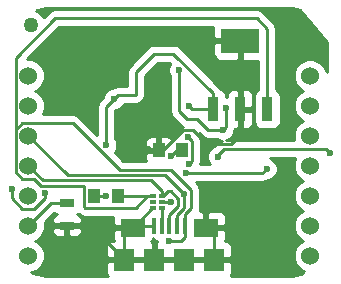
<source format=gbr>
G04 #@! TF.FileFunction,Copper,L2,Bot,Signal*
%FSLAX46Y46*%
G04 Gerber Fmt 4.6, Leading zero omitted, Abs format (unit mm)*
G04 Created by KiCad (PCBNEW 4.0.2-stable) date Tuesday, November 21, 2017 'AMt' 05:52:53 AM*
%MOMM*%
G01*
G04 APERTURE LIST*
%ADD10C,0.100000*%
%ADD11R,1.000000X1.250000*%
%ADD12C,1.270000*%
%ADD13R,1.300000X0.700000*%
%ADD14R,3.250000X2.150000*%
%ADD15R,0.950000X2.150000*%
%ADD16C,1.524000*%
%ADD17R,0.520000X0.300000*%
%ADD18R,2.100000X1.600000*%
%ADD19R,0.400000X1.350000*%
%ADD20R,1.800000X1.900000*%
%ADD21C,0.600000*%
%ADD22C,0.250000*%
%ADD23C,0.254000*%
G04 APERTURE END LIST*
D10*
D11*
X117650000Y-105600000D03*
X119650000Y-105600000D03*
X123110000Y-101710000D03*
X125110000Y-101710000D03*
D12*
X112290000Y-91090000D03*
D13*
X115340000Y-106170000D03*
X115340000Y-108070000D03*
D14*
X130000000Y-92400000D03*
D15*
X132300000Y-98200000D03*
X127700000Y-98200000D03*
X130000000Y-98200000D03*
D16*
X135920000Y-95380000D03*
X135920000Y-97920000D03*
X135920000Y-100460000D03*
X135920000Y-103000000D03*
X135920000Y-105540000D03*
X135920000Y-108080000D03*
X135920000Y-110620000D03*
X112080000Y-110620000D03*
X112080000Y-108080000D03*
X112080000Y-105540000D03*
X112080000Y-103000000D03*
X112080000Y-100460000D03*
X112080000Y-97920000D03*
X112080000Y-95380000D03*
D17*
X122640000Y-105580000D03*
X122640000Y-106080000D03*
X122640000Y-106580000D03*
X123380000Y-106580000D03*
X123380000Y-106080000D03*
X123380000Y-105580000D03*
D18*
X120900000Y-108250000D03*
X127100000Y-108250000D03*
D19*
X122700000Y-108125000D03*
X125300000Y-108125000D03*
X123350000Y-108125000D03*
X124650000Y-108125000D03*
D20*
X122740000Y-110970000D03*
X125240000Y-110970000D03*
X120190000Y-110970000D03*
X127790000Y-110970000D03*
D19*
X124000000Y-108125000D03*
D21*
X125703863Y-97942936D03*
X124130000Y-102210001D03*
X118675000Y-101280000D03*
X119290000Y-97380000D03*
X126470000Y-91990000D03*
X110660000Y-104930000D03*
X113450000Y-105340000D03*
X118649998Y-105580000D03*
X122240000Y-101570000D03*
X130200000Y-110940000D03*
X123950000Y-109360000D03*
X128820000Y-98140000D03*
X125620099Y-100585100D03*
X125701226Y-102826610D03*
X128568713Y-99957627D03*
X124841127Y-94900025D03*
X128125002Y-102220000D03*
X137600000Y-101920000D03*
X125405947Y-103631163D03*
X132240000Y-103280000D03*
X125233703Y-105376528D03*
X124140000Y-106090000D03*
D22*
X127700000Y-98200000D02*
X125960927Y-98200000D01*
X125960927Y-98200000D02*
X125703863Y-97942936D01*
X125110000Y-101710000D02*
X124630001Y-101710000D01*
X124630001Y-101710000D02*
X124130000Y-102210001D01*
X121180000Y-97000000D02*
X119670000Y-97000000D01*
X119670000Y-97000000D02*
X119290000Y-97380000D01*
X121180000Y-95060000D02*
X121180000Y-97000000D01*
X122720000Y-93520000D02*
X121180000Y-95060000D01*
X124345000Y-93520000D02*
X122720000Y-93520000D01*
X127700000Y-98200000D02*
X127700000Y-96875000D01*
X127700000Y-96875000D02*
X124345000Y-93520000D01*
X119290000Y-97380000D02*
X118675000Y-97995000D01*
X118675000Y-97995000D02*
X118675000Y-101280000D01*
X130000000Y-92400000D02*
X126880000Y-92400000D01*
X126880000Y-92400000D02*
X126470000Y-91990000D01*
X127200267Y-101159988D02*
X129253602Y-101159988D01*
X130000000Y-100413590D02*
X130000000Y-99525000D01*
X129253602Y-101159988D02*
X130000000Y-100413590D01*
X126000377Y-99960098D02*
X127200267Y-101159988D01*
X125149900Y-99960098D02*
X126000377Y-99960098D01*
X122240000Y-101570000D02*
X123539998Y-101570000D01*
X130000000Y-99525000D02*
X130000000Y-98200000D01*
X123539998Y-101570000D02*
X125149900Y-99960098D01*
X113450000Y-105340000D02*
X113450000Y-105764264D01*
X113450000Y-105764264D02*
X112587263Y-106627001D01*
X112587263Y-106627001D02*
X111558239Y-106627001D01*
X111558239Y-106627001D02*
X110660000Y-105728762D01*
X110660000Y-105728762D02*
X110660000Y-104930000D01*
X117650000Y-105600000D02*
X118629998Y-105600000D01*
X118629998Y-105600000D02*
X118649998Y-105580000D01*
X122240000Y-101570000D02*
X122970000Y-101570000D01*
X122970000Y-101570000D02*
X123110000Y-101710000D01*
X130000000Y-96875000D02*
X130000000Y-92400000D01*
X130000000Y-98200000D02*
X130000000Y-96875000D01*
X117340000Y-108070000D02*
X120190000Y-110920000D01*
X120190000Y-110920000D02*
X120190000Y-110970000D01*
X115340000Y-108070000D02*
X117340000Y-108070000D01*
X122640000Y-106580000D02*
X122570000Y-106580000D01*
X122570000Y-106580000D02*
X120900000Y-108250000D01*
X122700000Y-108125000D02*
X121025000Y-108125000D01*
X121025000Y-108125000D02*
X120900000Y-108250000D01*
X127790000Y-110970000D02*
X130170000Y-110970000D01*
X130170000Y-110970000D02*
X130200000Y-110940000D01*
X127790000Y-110970000D02*
X127790000Y-108940000D01*
X127790000Y-108940000D02*
X127100000Y-108250000D01*
X120190000Y-110970000D02*
X120190000Y-108960000D01*
X120190000Y-108960000D02*
X120900000Y-108250000D01*
X122740000Y-110970000D02*
X120190000Y-110970000D01*
X125240000Y-110970000D02*
X122740000Y-110970000D01*
X127790000Y-110970000D02*
X125240000Y-110970000D01*
X124970000Y-109380000D02*
X123970000Y-109380000D01*
X123970000Y-109380000D02*
X123950000Y-109360000D01*
X125300000Y-108125000D02*
X125300000Y-109050000D01*
X125300000Y-109050000D02*
X124970000Y-109380000D01*
X114330000Y-90510000D02*
X110992999Y-93847001D01*
X110992999Y-93847001D02*
X110992999Y-99938239D01*
X131395002Y-90510000D02*
X114330000Y-90510000D01*
X132280000Y-97580000D02*
X132280000Y-91394998D01*
X132280000Y-91394998D02*
X131395002Y-90510000D01*
X132300000Y-98200000D02*
X132300000Y-97600000D01*
X132300000Y-97600000D02*
X132280000Y-97580000D01*
X119807572Y-103331162D02*
X118886410Y-102410000D01*
X124180944Y-103331162D02*
X119807572Y-103331162D01*
X125105946Y-104256164D02*
X124180944Y-103331162D01*
X119816399Y-103339989D02*
X118886410Y-102410000D01*
X125858705Y-106569120D02*
X125858705Y-105052294D01*
X125300000Y-107127825D02*
X125858705Y-106569120D01*
X125300000Y-108125000D02*
X125300000Y-107127825D01*
X124146400Y-103339989D02*
X119816399Y-103339989D01*
X125858705Y-105052294D02*
X124146400Y-103339989D01*
X119650000Y-105600000D02*
X122620000Y-105600000D01*
X122620000Y-105600000D02*
X122640000Y-105580000D01*
X118886410Y-102410000D02*
X115849409Y-99372999D01*
X122130000Y-105580000D02*
X122640000Y-105580000D01*
X110992999Y-99938239D02*
X110992999Y-103521761D01*
X121159999Y-106550001D02*
X122130000Y-105580000D01*
X116824999Y-106485001D02*
X116889999Y-106550001D01*
X116824999Y-104714999D02*
X116824999Y-106485001D01*
X116889999Y-106550001D02*
X121159999Y-106550001D01*
X111558239Y-104087001D02*
X112530591Y-104087001D01*
X113158589Y-104714999D02*
X116824999Y-104714999D01*
X112530591Y-104087001D02*
X113158589Y-104714999D01*
X110992999Y-103521761D02*
X111558239Y-104087001D01*
X115849409Y-99372999D02*
X111558239Y-99372999D01*
X111558239Y-99372999D02*
X110992999Y-99938239D01*
X128820000Y-98140000D02*
X128820000Y-99706340D01*
X128820000Y-99706340D02*
X128568713Y-99957627D01*
X125703392Y-102826610D02*
X125935001Y-102595001D01*
X124841127Y-98402806D02*
X125498396Y-99060076D01*
X128144449Y-99957627D02*
X128568713Y-99957627D01*
X124841127Y-94900025D02*
X124841127Y-98402806D01*
X125935001Y-102595001D02*
X125935001Y-100900002D01*
X127270728Y-99957627D02*
X128144449Y-99957627D01*
X125935001Y-100900002D02*
X125620099Y-100585100D01*
X125498396Y-99060076D02*
X126373177Y-99060076D01*
X126373177Y-99060076D02*
X127270728Y-99957627D01*
X125701226Y-102826610D02*
X125703392Y-102826610D01*
X115340000Y-106170000D02*
X113990000Y-106170000D01*
X113990000Y-106170000D02*
X112080000Y-108080000D01*
X128609999Y-101620001D02*
X128125002Y-102104998D01*
X128125002Y-102104998D02*
X128125002Y-102220000D01*
X137600000Y-101920000D02*
X137300001Y-101620001D01*
X137300001Y-101620001D02*
X128609999Y-101620001D01*
X132240000Y-103280000D02*
X131888837Y-103631163D01*
X131888837Y-103631163D02*
X125830211Y-103631163D01*
X125830211Y-103631163D02*
X125405947Y-103631163D01*
X123350000Y-108125000D02*
X123350000Y-106610000D01*
X123350000Y-106610000D02*
X123380000Y-106580000D01*
X124155004Y-105180000D02*
X123890000Y-105180000D01*
X123890000Y-105180000D02*
X123490000Y-105580000D01*
X124765002Y-106390002D02*
X124765002Y-105789998D01*
X124765002Y-105789998D02*
X124155004Y-105180000D01*
X124000000Y-107155004D02*
X124765002Y-106390002D01*
X123490000Y-105580000D02*
X123380000Y-105580000D01*
X124000000Y-108125000D02*
X124000000Y-107155004D01*
X122440011Y-104240011D02*
X123380000Y-105180000D01*
X113320011Y-104240011D02*
X122440011Y-104240011D01*
X112080000Y-103000000D02*
X113320011Y-104240011D01*
X123380000Y-105180000D02*
X123380000Y-105580000D01*
X124650000Y-108125000D02*
X124650000Y-107141415D01*
X123380000Y-106080000D02*
X124130000Y-106080000D01*
X124933704Y-105076529D02*
X125233703Y-105376528D01*
X124650000Y-107141415D02*
X125233703Y-106557712D01*
X123647175Y-103790000D02*
X124933704Y-105076529D01*
X115410000Y-103790000D02*
X123647175Y-103790000D01*
X112080000Y-100460000D02*
X115410000Y-103790000D01*
X125233703Y-105800792D02*
X125233703Y-105376528D01*
X125233703Y-106557712D02*
X125233703Y-105800792D01*
X124130000Y-106080000D02*
X124140000Y-106090000D01*
D23*
G36*
X134523243Y-102720900D02*
X134522758Y-103276661D01*
X134734990Y-103790303D01*
X135127630Y-104183629D01*
X135335512Y-104269949D01*
X135129697Y-104354990D01*
X134736371Y-104747630D01*
X134523243Y-105260900D01*
X134522758Y-105816661D01*
X134734990Y-106330303D01*
X135127630Y-106723629D01*
X135335512Y-106809949D01*
X135129697Y-106894990D01*
X134736371Y-107287630D01*
X134523243Y-107800900D01*
X134522758Y-108356661D01*
X134734990Y-108870303D01*
X135127630Y-109263629D01*
X135335512Y-109349949D01*
X135129697Y-109434990D01*
X134736371Y-109827630D01*
X134523243Y-110340900D01*
X134522758Y-110896661D01*
X134734990Y-111410303D01*
X135127630Y-111803629D01*
X135402591Y-111917803D01*
X135147637Y-112172757D01*
X134432533Y-112315000D01*
X129193026Y-112315000D01*
X129228327Y-112279699D01*
X129325000Y-112046310D01*
X129325000Y-111255750D01*
X129166250Y-111097000D01*
X127917000Y-111097000D01*
X127917000Y-111117000D01*
X127663000Y-111117000D01*
X127663000Y-111097000D01*
X125367000Y-111097000D01*
X125367000Y-111117000D01*
X125113000Y-111117000D01*
X125113000Y-111097000D01*
X122867000Y-111097000D01*
X122867000Y-111117000D01*
X122613000Y-111117000D01*
X122613000Y-111097000D01*
X120317000Y-111097000D01*
X120317000Y-111117000D01*
X120063000Y-111117000D01*
X120063000Y-111097000D01*
X118813750Y-111097000D01*
X118655000Y-111255750D01*
X118655000Y-112046310D01*
X118751673Y-112279699D01*
X118786974Y-112315000D01*
X113567467Y-112315000D01*
X112427881Y-112088322D01*
X112321456Y-112017211D01*
X112356661Y-112017242D01*
X112870303Y-111805010D01*
X113263629Y-111412370D01*
X113476757Y-110899100D01*
X113477242Y-110343339D01*
X113265010Y-109829697D01*
X112872370Y-109436371D01*
X112664488Y-109350051D01*
X112870303Y-109265010D01*
X113263629Y-108872370D01*
X113476757Y-108359100D01*
X113476759Y-108355750D01*
X114055000Y-108355750D01*
X114055000Y-108546309D01*
X114151673Y-108779698D01*
X114330301Y-108958327D01*
X114563690Y-109055000D01*
X115054250Y-109055000D01*
X115213000Y-108896250D01*
X115213000Y-108197000D01*
X115467000Y-108197000D01*
X115467000Y-108896250D01*
X115625750Y-109055000D01*
X116116310Y-109055000D01*
X116349699Y-108958327D01*
X116528327Y-108779698D01*
X116625000Y-108546309D01*
X116625000Y-108355750D01*
X116466250Y-108197000D01*
X115467000Y-108197000D01*
X115213000Y-108197000D01*
X114213750Y-108197000D01*
X114055000Y-108355750D01*
X113476759Y-108355750D01*
X113477242Y-107803339D01*
X113463857Y-107770945D01*
X114248159Y-106986643D01*
X114438110Y-107116431D01*
X114471490Y-107123191D01*
X114330301Y-107181673D01*
X114151673Y-107360302D01*
X114055000Y-107593691D01*
X114055000Y-107784250D01*
X114213750Y-107943000D01*
X115213000Y-107943000D01*
X115213000Y-107923000D01*
X115467000Y-107923000D01*
X115467000Y-107943000D01*
X116466250Y-107943000D01*
X116625000Y-107784250D01*
X116625000Y-107593691D01*
X116528327Y-107360302D01*
X116349699Y-107181673D01*
X116213713Y-107125346D01*
X116225317Y-107123162D01*
X116324522Y-107059326D01*
X116352598Y-107087402D01*
X116599160Y-107252149D01*
X116889999Y-107310001D01*
X119220670Y-107310001D01*
X119215000Y-107323690D01*
X119215000Y-107964250D01*
X119373750Y-108123000D01*
X120773000Y-108123000D01*
X120773000Y-108103000D01*
X121027000Y-108103000D01*
X121027000Y-108123000D01*
X121047000Y-108123000D01*
X121047000Y-108377000D01*
X121027000Y-108377000D01*
X121027000Y-108397000D01*
X120773000Y-108397000D01*
X120773000Y-108377000D01*
X119373750Y-108377000D01*
X119215000Y-108535750D01*
X119215000Y-109176310D01*
X119301442Y-109385000D01*
X119163691Y-109385000D01*
X118930302Y-109481673D01*
X118751673Y-109660301D01*
X118655000Y-109893690D01*
X118655000Y-110684250D01*
X118813750Y-110843000D01*
X120063000Y-110843000D01*
X120063000Y-110823000D01*
X120317000Y-110823000D01*
X120317000Y-110843000D01*
X122613000Y-110843000D01*
X122613000Y-109543750D01*
X122483638Y-109414388D01*
X122488327Y-109409699D01*
X122503725Y-109372525D01*
X122600000Y-109276250D01*
X122600000Y-109117933D01*
X122685910Y-109251441D01*
X122898110Y-109396431D01*
X122925785Y-109402035D01*
X122958750Y-109435000D01*
X122975750Y-109435000D01*
X122867000Y-109543750D01*
X122867000Y-110843000D01*
X125113000Y-110843000D01*
X125113000Y-110823000D01*
X125367000Y-110823000D01*
X125367000Y-110843000D01*
X127663000Y-110843000D01*
X127663000Y-110823000D01*
X127917000Y-110823000D01*
X127917000Y-110843000D01*
X129166250Y-110843000D01*
X129325000Y-110684250D01*
X129325000Y-109893690D01*
X129228327Y-109660301D01*
X129049698Y-109481673D01*
X128816309Y-109385000D01*
X128698558Y-109385000D01*
X128785000Y-109176310D01*
X128785000Y-108535750D01*
X128626250Y-108377000D01*
X127227000Y-108377000D01*
X127227000Y-108397000D01*
X126973000Y-108397000D01*
X126973000Y-108377000D01*
X126953000Y-108377000D01*
X126953000Y-108123000D01*
X126973000Y-108123000D01*
X126973000Y-106973750D01*
X127227000Y-106973750D01*
X127227000Y-108123000D01*
X128626250Y-108123000D01*
X128785000Y-107964250D01*
X128785000Y-107323690D01*
X128688327Y-107090301D01*
X128509698Y-106911673D01*
X128276309Y-106815000D01*
X127385750Y-106815000D01*
X127227000Y-106973750D01*
X126973000Y-106973750D01*
X126814250Y-106815000D01*
X126569796Y-106815000D01*
X126618705Y-106569120D01*
X126618705Y-105052294D01*
X126560853Y-104761455D01*
X126396106Y-104514893D01*
X126272376Y-104391163D01*
X131888837Y-104391163D01*
X132179676Y-104333311D01*
X132356588Y-104215102D01*
X132425167Y-104215162D01*
X132768943Y-104073117D01*
X133032192Y-103810327D01*
X133174838Y-103466799D01*
X133175162Y-103094833D01*
X133033117Y-102751057D01*
X132770327Y-102487808D01*
X132510700Y-102380001D01*
X134664796Y-102380001D01*
X134523243Y-102720900D01*
X134523243Y-102720900D01*
G37*
X134523243Y-102720900D02*
X134522758Y-103276661D01*
X134734990Y-103790303D01*
X135127630Y-104183629D01*
X135335512Y-104269949D01*
X135129697Y-104354990D01*
X134736371Y-104747630D01*
X134523243Y-105260900D01*
X134522758Y-105816661D01*
X134734990Y-106330303D01*
X135127630Y-106723629D01*
X135335512Y-106809949D01*
X135129697Y-106894990D01*
X134736371Y-107287630D01*
X134523243Y-107800900D01*
X134522758Y-108356661D01*
X134734990Y-108870303D01*
X135127630Y-109263629D01*
X135335512Y-109349949D01*
X135129697Y-109434990D01*
X134736371Y-109827630D01*
X134523243Y-110340900D01*
X134522758Y-110896661D01*
X134734990Y-111410303D01*
X135127630Y-111803629D01*
X135402591Y-111917803D01*
X135147637Y-112172757D01*
X134432533Y-112315000D01*
X129193026Y-112315000D01*
X129228327Y-112279699D01*
X129325000Y-112046310D01*
X129325000Y-111255750D01*
X129166250Y-111097000D01*
X127917000Y-111097000D01*
X127917000Y-111117000D01*
X127663000Y-111117000D01*
X127663000Y-111097000D01*
X125367000Y-111097000D01*
X125367000Y-111117000D01*
X125113000Y-111117000D01*
X125113000Y-111097000D01*
X122867000Y-111097000D01*
X122867000Y-111117000D01*
X122613000Y-111117000D01*
X122613000Y-111097000D01*
X120317000Y-111097000D01*
X120317000Y-111117000D01*
X120063000Y-111117000D01*
X120063000Y-111097000D01*
X118813750Y-111097000D01*
X118655000Y-111255750D01*
X118655000Y-112046310D01*
X118751673Y-112279699D01*
X118786974Y-112315000D01*
X113567467Y-112315000D01*
X112427881Y-112088322D01*
X112321456Y-112017211D01*
X112356661Y-112017242D01*
X112870303Y-111805010D01*
X113263629Y-111412370D01*
X113476757Y-110899100D01*
X113477242Y-110343339D01*
X113265010Y-109829697D01*
X112872370Y-109436371D01*
X112664488Y-109350051D01*
X112870303Y-109265010D01*
X113263629Y-108872370D01*
X113476757Y-108359100D01*
X113476759Y-108355750D01*
X114055000Y-108355750D01*
X114055000Y-108546309D01*
X114151673Y-108779698D01*
X114330301Y-108958327D01*
X114563690Y-109055000D01*
X115054250Y-109055000D01*
X115213000Y-108896250D01*
X115213000Y-108197000D01*
X115467000Y-108197000D01*
X115467000Y-108896250D01*
X115625750Y-109055000D01*
X116116310Y-109055000D01*
X116349699Y-108958327D01*
X116528327Y-108779698D01*
X116625000Y-108546309D01*
X116625000Y-108355750D01*
X116466250Y-108197000D01*
X115467000Y-108197000D01*
X115213000Y-108197000D01*
X114213750Y-108197000D01*
X114055000Y-108355750D01*
X113476759Y-108355750D01*
X113477242Y-107803339D01*
X113463857Y-107770945D01*
X114248159Y-106986643D01*
X114438110Y-107116431D01*
X114471490Y-107123191D01*
X114330301Y-107181673D01*
X114151673Y-107360302D01*
X114055000Y-107593691D01*
X114055000Y-107784250D01*
X114213750Y-107943000D01*
X115213000Y-107943000D01*
X115213000Y-107923000D01*
X115467000Y-107923000D01*
X115467000Y-107943000D01*
X116466250Y-107943000D01*
X116625000Y-107784250D01*
X116625000Y-107593691D01*
X116528327Y-107360302D01*
X116349699Y-107181673D01*
X116213713Y-107125346D01*
X116225317Y-107123162D01*
X116324522Y-107059326D01*
X116352598Y-107087402D01*
X116599160Y-107252149D01*
X116889999Y-107310001D01*
X119220670Y-107310001D01*
X119215000Y-107323690D01*
X119215000Y-107964250D01*
X119373750Y-108123000D01*
X120773000Y-108123000D01*
X120773000Y-108103000D01*
X121027000Y-108103000D01*
X121027000Y-108123000D01*
X121047000Y-108123000D01*
X121047000Y-108377000D01*
X121027000Y-108377000D01*
X121027000Y-108397000D01*
X120773000Y-108397000D01*
X120773000Y-108377000D01*
X119373750Y-108377000D01*
X119215000Y-108535750D01*
X119215000Y-109176310D01*
X119301442Y-109385000D01*
X119163691Y-109385000D01*
X118930302Y-109481673D01*
X118751673Y-109660301D01*
X118655000Y-109893690D01*
X118655000Y-110684250D01*
X118813750Y-110843000D01*
X120063000Y-110843000D01*
X120063000Y-110823000D01*
X120317000Y-110823000D01*
X120317000Y-110843000D01*
X122613000Y-110843000D01*
X122613000Y-109543750D01*
X122483638Y-109414388D01*
X122488327Y-109409699D01*
X122503725Y-109372525D01*
X122600000Y-109276250D01*
X122600000Y-109117933D01*
X122685910Y-109251441D01*
X122898110Y-109396431D01*
X122925785Y-109402035D01*
X122958750Y-109435000D01*
X122975750Y-109435000D01*
X122867000Y-109543750D01*
X122867000Y-110843000D01*
X125113000Y-110843000D01*
X125113000Y-110823000D01*
X125367000Y-110823000D01*
X125367000Y-110843000D01*
X127663000Y-110843000D01*
X127663000Y-110823000D01*
X127917000Y-110823000D01*
X127917000Y-110843000D01*
X129166250Y-110843000D01*
X129325000Y-110684250D01*
X129325000Y-109893690D01*
X129228327Y-109660301D01*
X129049698Y-109481673D01*
X128816309Y-109385000D01*
X128698558Y-109385000D01*
X128785000Y-109176310D01*
X128785000Y-108535750D01*
X128626250Y-108377000D01*
X127227000Y-108377000D01*
X127227000Y-108397000D01*
X126973000Y-108397000D01*
X126973000Y-108377000D01*
X126953000Y-108377000D01*
X126953000Y-108123000D01*
X126973000Y-108123000D01*
X126973000Y-106973750D01*
X127227000Y-106973750D01*
X127227000Y-108123000D01*
X128626250Y-108123000D01*
X128785000Y-107964250D01*
X128785000Y-107323690D01*
X128688327Y-107090301D01*
X128509698Y-106911673D01*
X128276309Y-106815000D01*
X127385750Y-106815000D01*
X127227000Y-106973750D01*
X126973000Y-106973750D01*
X126814250Y-106815000D01*
X126569796Y-106815000D01*
X126618705Y-106569120D01*
X126618705Y-105052294D01*
X126560853Y-104761455D01*
X126396106Y-104514893D01*
X126272376Y-104391163D01*
X131888837Y-104391163D01*
X132179676Y-104333311D01*
X132356588Y-104215102D01*
X132425167Y-104215162D01*
X132768943Y-104073117D01*
X133032192Y-103810327D01*
X133174838Y-103466799D01*
X133175162Y-103094833D01*
X133033117Y-102751057D01*
X132770327Y-102487808D01*
X132510700Y-102380001D01*
X134664796Y-102380001D01*
X134523243Y-102720900D01*
G36*
X117777000Y-105473000D02*
X117797000Y-105473000D01*
X117797000Y-105727000D01*
X117777000Y-105727000D01*
X117777000Y-105747000D01*
X117584999Y-105747000D01*
X117584999Y-105453000D01*
X117777000Y-105453000D01*
X117777000Y-105473000D01*
X117777000Y-105473000D01*
G37*
X117777000Y-105473000D02*
X117797000Y-105473000D01*
X117797000Y-105727000D01*
X117777000Y-105727000D01*
X117777000Y-105747000D01*
X117584999Y-105747000D01*
X117584999Y-105453000D01*
X117777000Y-105453000D01*
X117777000Y-105473000D01*
G36*
X126733327Y-100495028D02*
X126979889Y-100659775D01*
X127270728Y-100717627D01*
X128006250Y-100717627D01*
X128038386Y-100749819D01*
X128381914Y-100892465D01*
X128446510Y-100892521D01*
X128319159Y-100917853D01*
X128072598Y-101082600D01*
X127821441Y-101333757D01*
X127596059Y-101426883D01*
X127332810Y-101689673D01*
X127190164Y-102033201D01*
X127189840Y-102405167D01*
X127331885Y-102748943D01*
X127453892Y-102871163D01*
X126640068Y-102871163D01*
X126695001Y-102595001D01*
X126695001Y-100900002D01*
X126637149Y-100609163D01*
X126555186Y-100486496D01*
X126555261Y-100399933D01*
X126496839Y-100258540D01*
X126733327Y-100495028D01*
X126733327Y-100495028D01*
G37*
X126733327Y-100495028D02*
X126979889Y-100659775D01*
X127270728Y-100717627D01*
X128006250Y-100717627D01*
X128038386Y-100749819D01*
X128381914Y-100892465D01*
X128446510Y-100892521D01*
X128319159Y-100917853D01*
X128072598Y-101082600D01*
X127821441Y-101333757D01*
X127596059Y-101426883D01*
X127332810Y-101689673D01*
X127190164Y-102033201D01*
X127189840Y-102405167D01*
X127331885Y-102748943D01*
X127453892Y-102871163D01*
X126640068Y-102871163D01*
X126695001Y-102595001D01*
X126695001Y-100900002D01*
X126637149Y-100609163D01*
X126555186Y-100486496D01*
X126555261Y-100399933D01*
X126496839Y-100258540D01*
X126733327Y-100495028D01*
G36*
X124084446Y-94334249D02*
X124048935Y-94369698D01*
X123906289Y-94713226D01*
X123905965Y-95085192D01*
X124048010Y-95428968D01*
X124081127Y-95462143D01*
X124081127Y-98402805D01*
X124138979Y-98693645D01*
X124303725Y-98940207D01*
X124960995Y-99597477D01*
X125190600Y-99750894D01*
X125091156Y-99791983D01*
X124827907Y-100054773D01*
X124685261Y-100398301D01*
X124685227Y-100437560D01*
X124610000Y-100437560D01*
X124374683Y-100481838D01*
X124158559Y-100620910D01*
X124112031Y-100689006D01*
X123969698Y-100546673D01*
X123736309Y-100450000D01*
X123395750Y-100450000D01*
X123237000Y-100608750D01*
X123237000Y-101583000D01*
X123257000Y-101583000D01*
X123257000Y-101837000D01*
X123237000Y-101837000D01*
X123237000Y-101857000D01*
X122983000Y-101857000D01*
X122983000Y-101837000D01*
X122133750Y-101837000D01*
X121975000Y-101995750D01*
X121975000Y-102461310D01*
X122020502Y-102571162D01*
X120122374Y-102571162D01*
X119414319Y-101863107D01*
X119467192Y-101810327D01*
X119609838Y-101466799D01*
X119610162Y-101094833D01*
X119553909Y-100958690D01*
X121975000Y-100958690D01*
X121975000Y-101424250D01*
X122133750Y-101583000D01*
X122983000Y-101583000D01*
X122983000Y-100608750D01*
X122824250Y-100450000D01*
X122483691Y-100450000D01*
X122250302Y-100546673D01*
X122071673Y-100725301D01*
X121975000Y-100958690D01*
X119553909Y-100958690D01*
X119468117Y-100751057D01*
X119435000Y-100717882D01*
X119435000Y-98315127D01*
X119475167Y-98315162D01*
X119818943Y-98173117D01*
X120082192Y-97910327D01*
X120144614Y-97760000D01*
X121180000Y-97760000D01*
X121470839Y-97702148D01*
X121717401Y-97537401D01*
X121882148Y-97290839D01*
X121940000Y-97000000D01*
X121940000Y-95374802D01*
X123034802Y-94280000D01*
X124030198Y-94280000D01*
X124084446Y-94334249D01*
X124084446Y-94334249D01*
G37*
X124084446Y-94334249D02*
X124048935Y-94369698D01*
X123906289Y-94713226D01*
X123905965Y-95085192D01*
X124048010Y-95428968D01*
X124081127Y-95462143D01*
X124081127Y-98402805D01*
X124138979Y-98693645D01*
X124303725Y-98940207D01*
X124960995Y-99597477D01*
X125190600Y-99750894D01*
X125091156Y-99791983D01*
X124827907Y-100054773D01*
X124685261Y-100398301D01*
X124685227Y-100437560D01*
X124610000Y-100437560D01*
X124374683Y-100481838D01*
X124158559Y-100620910D01*
X124112031Y-100689006D01*
X123969698Y-100546673D01*
X123736309Y-100450000D01*
X123395750Y-100450000D01*
X123237000Y-100608750D01*
X123237000Y-101583000D01*
X123257000Y-101583000D01*
X123257000Y-101837000D01*
X123237000Y-101837000D01*
X123237000Y-101857000D01*
X122983000Y-101857000D01*
X122983000Y-101837000D01*
X122133750Y-101837000D01*
X121975000Y-101995750D01*
X121975000Y-102461310D01*
X122020502Y-102571162D01*
X120122374Y-102571162D01*
X119414319Y-101863107D01*
X119467192Y-101810327D01*
X119609838Y-101466799D01*
X119610162Y-101094833D01*
X119553909Y-100958690D01*
X121975000Y-100958690D01*
X121975000Y-101424250D01*
X122133750Y-101583000D01*
X122983000Y-101583000D01*
X122983000Y-100608750D01*
X122824250Y-100450000D01*
X122483691Y-100450000D01*
X122250302Y-100546673D01*
X122071673Y-100725301D01*
X121975000Y-100958690D01*
X119553909Y-100958690D01*
X119468117Y-100751057D01*
X119435000Y-100717882D01*
X119435000Y-98315127D01*
X119475167Y-98315162D01*
X119818943Y-98173117D01*
X120082192Y-97910327D01*
X120144614Y-97760000D01*
X121180000Y-97760000D01*
X121470839Y-97702148D01*
X121717401Y-97537401D01*
X121882148Y-97290839D01*
X121940000Y-97000000D01*
X121940000Y-95374802D01*
X123034802Y-94280000D01*
X124030198Y-94280000D01*
X124084446Y-94334249D01*
G36*
X135099389Y-89817646D02*
X137291201Y-92447821D01*
X137315000Y-92567467D01*
X137315000Y-95097913D01*
X137105010Y-94589697D01*
X136712370Y-94196371D01*
X136199100Y-93983243D01*
X135643339Y-93982758D01*
X135129697Y-94194990D01*
X134736371Y-94587630D01*
X134523243Y-95100900D01*
X134522758Y-95656661D01*
X134734990Y-96170303D01*
X135127630Y-96563629D01*
X135335512Y-96649949D01*
X135129697Y-96734990D01*
X134736371Y-97127630D01*
X134523243Y-97640900D01*
X134522758Y-98196661D01*
X134734990Y-98710303D01*
X135127630Y-99103629D01*
X135335512Y-99189949D01*
X135129697Y-99274990D01*
X134736371Y-99667630D01*
X134523243Y-100180900D01*
X134522758Y-100736661D01*
X134573721Y-100860001D01*
X128833233Y-100860001D01*
X129097656Y-100750744D01*
X129360905Y-100487954D01*
X129503551Y-100144426D01*
X129503655Y-100024856D01*
X129522148Y-99997179D01*
X129539489Y-99910000D01*
X129714250Y-99910000D01*
X129873000Y-99751250D01*
X129873000Y-98327000D01*
X130127000Y-98327000D01*
X130127000Y-99751250D01*
X130285750Y-99910000D01*
X130601309Y-99910000D01*
X130834698Y-99813327D01*
X131013327Y-99634699D01*
X131110000Y-99401310D01*
X131110000Y-98485750D01*
X130951250Y-98327000D01*
X130127000Y-98327000D01*
X129873000Y-98327000D01*
X129853000Y-98327000D01*
X129853000Y-98073000D01*
X129873000Y-98073000D01*
X129873000Y-96648750D01*
X130127000Y-96648750D01*
X130127000Y-98073000D01*
X130951250Y-98073000D01*
X131110000Y-97914250D01*
X131110000Y-96998690D01*
X131013327Y-96765301D01*
X130834698Y-96586673D01*
X130601309Y-96490000D01*
X130285750Y-96490000D01*
X130127000Y-96648750D01*
X129873000Y-96648750D01*
X129714250Y-96490000D01*
X129398691Y-96490000D01*
X129165302Y-96586673D01*
X128986673Y-96765301D01*
X128890000Y-96998690D01*
X128890000Y-97205060D01*
X128822440Y-97205001D01*
X128822440Y-97125000D01*
X128778162Y-96889683D01*
X128639090Y-96673559D01*
X128426890Y-96528569D01*
X128355318Y-96514075D01*
X128330920Y-96477560D01*
X128237402Y-96337599D01*
X124882401Y-92982599D01*
X124635839Y-92817852D01*
X124345000Y-92760000D01*
X122720000Y-92760000D01*
X122429161Y-92817852D01*
X122182599Y-92982599D01*
X120642599Y-94522599D01*
X120477852Y-94769161D01*
X120420000Y-95060000D01*
X120420000Y-96240000D01*
X119670000Y-96240000D01*
X119379161Y-96297852D01*
X119159110Y-96444885D01*
X119104833Y-96444838D01*
X118761057Y-96586883D01*
X118497808Y-96849673D01*
X118355162Y-97193201D01*
X118355121Y-97240077D01*
X118137599Y-97457599D01*
X117972852Y-97704161D01*
X117915000Y-97995000D01*
X117915000Y-100363788D01*
X116386810Y-98835598D01*
X116140248Y-98670851D01*
X115849409Y-98612999D01*
X113304891Y-98612999D01*
X113476757Y-98199100D01*
X113477242Y-97643339D01*
X113265010Y-97129697D01*
X112872370Y-96736371D01*
X112664488Y-96650051D01*
X112870303Y-96565010D01*
X113263629Y-96172370D01*
X113476757Y-95659100D01*
X113477242Y-95103339D01*
X113265010Y-94589697D01*
X112872370Y-94196371D01*
X112359100Y-93983243D01*
X111931932Y-93982870D01*
X113229052Y-92685750D01*
X127740000Y-92685750D01*
X127740000Y-93601310D01*
X127836673Y-93834699D01*
X128015302Y-94013327D01*
X128248691Y-94110000D01*
X129714250Y-94110000D01*
X129873000Y-93951250D01*
X129873000Y-92527000D01*
X127898750Y-92527000D01*
X127740000Y-92685750D01*
X113229052Y-92685750D01*
X114644802Y-91270000D01*
X127740000Y-91270000D01*
X127740000Y-92114250D01*
X127898750Y-92273000D01*
X129873000Y-92273000D01*
X129873000Y-92253000D01*
X130127000Y-92253000D01*
X130127000Y-92273000D01*
X130147000Y-92273000D01*
X130147000Y-92527000D01*
X130127000Y-92527000D01*
X130127000Y-93951250D01*
X130285750Y-94110000D01*
X131520000Y-94110000D01*
X131520000Y-96566678D01*
X131373559Y-96660910D01*
X131228569Y-96873110D01*
X131177560Y-97125000D01*
X131177560Y-99275000D01*
X131221838Y-99510317D01*
X131360910Y-99726441D01*
X131573110Y-99871431D01*
X131825000Y-99922440D01*
X132775000Y-99922440D01*
X133010317Y-99878162D01*
X133226441Y-99739090D01*
X133371431Y-99526890D01*
X133422440Y-99275000D01*
X133422440Y-97125000D01*
X133378162Y-96889683D01*
X133239090Y-96673559D01*
X133040000Y-96537527D01*
X133040000Y-91394998D01*
X132982148Y-91104158D01*
X132817401Y-90857597D01*
X131932403Y-89972599D01*
X131685841Y-89807852D01*
X131395002Y-89750000D01*
X114330000Y-89750000D01*
X114039161Y-89807852D01*
X113792599Y-89972599D01*
X113374993Y-90390205D01*
X113367282Y-90371542D01*
X113010337Y-90013974D01*
X112714423Y-89891101D01*
X112775012Y-89842630D01*
X113567467Y-89685000D01*
X134432533Y-89685000D01*
X135099389Y-89817646D01*
X135099389Y-89817646D01*
G37*
X135099389Y-89817646D02*
X137291201Y-92447821D01*
X137315000Y-92567467D01*
X137315000Y-95097913D01*
X137105010Y-94589697D01*
X136712370Y-94196371D01*
X136199100Y-93983243D01*
X135643339Y-93982758D01*
X135129697Y-94194990D01*
X134736371Y-94587630D01*
X134523243Y-95100900D01*
X134522758Y-95656661D01*
X134734990Y-96170303D01*
X135127630Y-96563629D01*
X135335512Y-96649949D01*
X135129697Y-96734990D01*
X134736371Y-97127630D01*
X134523243Y-97640900D01*
X134522758Y-98196661D01*
X134734990Y-98710303D01*
X135127630Y-99103629D01*
X135335512Y-99189949D01*
X135129697Y-99274990D01*
X134736371Y-99667630D01*
X134523243Y-100180900D01*
X134522758Y-100736661D01*
X134573721Y-100860001D01*
X128833233Y-100860001D01*
X129097656Y-100750744D01*
X129360905Y-100487954D01*
X129503551Y-100144426D01*
X129503655Y-100024856D01*
X129522148Y-99997179D01*
X129539489Y-99910000D01*
X129714250Y-99910000D01*
X129873000Y-99751250D01*
X129873000Y-98327000D01*
X130127000Y-98327000D01*
X130127000Y-99751250D01*
X130285750Y-99910000D01*
X130601309Y-99910000D01*
X130834698Y-99813327D01*
X131013327Y-99634699D01*
X131110000Y-99401310D01*
X131110000Y-98485750D01*
X130951250Y-98327000D01*
X130127000Y-98327000D01*
X129873000Y-98327000D01*
X129853000Y-98327000D01*
X129853000Y-98073000D01*
X129873000Y-98073000D01*
X129873000Y-96648750D01*
X130127000Y-96648750D01*
X130127000Y-98073000D01*
X130951250Y-98073000D01*
X131110000Y-97914250D01*
X131110000Y-96998690D01*
X131013327Y-96765301D01*
X130834698Y-96586673D01*
X130601309Y-96490000D01*
X130285750Y-96490000D01*
X130127000Y-96648750D01*
X129873000Y-96648750D01*
X129714250Y-96490000D01*
X129398691Y-96490000D01*
X129165302Y-96586673D01*
X128986673Y-96765301D01*
X128890000Y-96998690D01*
X128890000Y-97205060D01*
X128822440Y-97205001D01*
X128822440Y-97125000D01*
X128778162Y-96889683D01*
X128639090Y-96673559D01*
X128426890Y-96528569D01*
X128355318Y-96514075D01*
X128330920Y-96477560D01*
X128237402Y-96337599D01*
X124882401Y-92982599D01*
X124635839Y-92817852D01*
X124345000Y-92760000D01*
X122720000Y-92760000D01*
X122429161Y-92817852D01*
X122182599Y-92982599D01*
X120642599Y-94522599D01*
X120477852Y-94769161D01*
X120420000Y-95060000D01*
X120420000Y-96240000D01*
X119670000Y-96240000D01*
X119379161Y-96297852D01*
X119159110Y-96444885D01*
X119104833Y-96444838D01*
X118761057Y-96586883D01*
X118497808Y-96849673D01*
X118355162Y-97193201D01*
X118355121Y-97240077D01*
X118137599Y-97457599D01*
X117972852Y-97704161D01*
X117915000Y-97995000D01*
X117915000Y-100363788D01*
X116386810Y-98835598D01*
X116140248Y-98670851D01*
X115849409Y-98612999D01*
X113304891Y-98612999D01*
X113476757Y-98199100D01*
X113477242Y-97643339D01*
X113265010Y-97129697D01*
X112872370Y-96736371D01*
X112664488Y-96650051D01*
X112870303Y-96565010D01*
X113263629Y-96172370D01*
X113476757Y-95659100D01*
X113477242Y-95103339D01*
X113265010Y-94589697D01*
X112872370Y-94196371D01*
X112359100Y-93983243D01*
X111931932Y-93982870D01*
X113229052Y-92685750D01*
X127740000Y-92685750D01*
X127740000Y-93601310D01*
X127836673Y-93834699D01*
X128015302Y-94013327D01*
X128248691Y-94110000D01*
X129714250Y-94110000D01*
X129873000Y-93951250D01*
X129873000Y-92527000D01*
X127898750Y-92527000D01*
X127740000Y-92685750D01*
X113229052Y-92685750D01*
X114644802Y-91270000D01*
X127740000Y-91270000D01*
X127740000Y-92114250D01*
X127898750Y-92273000D01*
X129873000Y-92273000D01*
X129873000Y-92253000D01*
X130127000Y-92253000D01*
X130127000Y-92273000D01*
X130147000Y-92273000D01*
X130147000Y-92527000D01*
X130127000Y-92527000D01*
X130127000Y-93951250D01*
X130285750Y-94110000D01*
X131520000Y-94110000D01*
X131520000Y-96566678D01*
X131373559Y-96660910D01*
X131228569Y-96873110D01*
X131177560Y-97125000D01*
X131177560Y-99275000D01*
X131221838Y-99510317D01*
X131360910Y-99726441D01*
X131573110Y-99871431D01*
X131825000Y-99922440D01*
X132775000Y-99922440D01*
X133010317Y-99878162D01*
X133226441Y-99739090D01*
X133371431Y-99526890D01*
X133422440Y-99275000D01*
X133422440Y-97125000D01*
X133378162Y-96889683D01*
X133239090Y-96673559D01*
X133040000Y-96537527D01*
X133040000Y-91394998D01*
X132982148Y-91104158D01*
X132817401Y-90857597D01*
X131932403Y-89972599D01*
X131685841Y-89807852D01*
X131395002Y-89750000D01*
X114330000Y-89750000D01*
X114039161Y-89807852D01*
X113792599Y-89972599D01*
X113374993Y-90390205D01*
X113367282Y-90371542D01*
X113010337Y-90013974D01*
X112714423Y-89891101D01*
X112775012Y-89842630D01*
X113567467Y-89685000D01*
X134432533Y-89685000D01*
X135099389Y-89817646D01*
M02*

</source>
